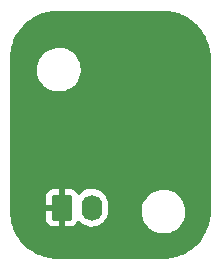
<source format=gbr>
%TF.GenerationSoftware,KiCad,Pcbnew,7.0.7*%
%TF.CreationDate,2023-09-06T19:49:04-05:00*%
%TF.ProjectId,prog1,70726f67-312e-46b6-9963-61645f706362,1.0*%
%TF.SameCoordinates,Original*%
%TF.FileFunction,Copper,L2,Bot*%
%TF.FilePolarity,Positive*%
%FSLAX46Y46*%
G04 Gerber Fmt 4.6, Leading zero omitted, Abs format (unit mm)*
G04 Created by KiCad (PCBNEW 7.0.7) date 2023-09-06 19:49:04*
%MOMM*%
%LPD*%
G01*
G04 APERTURE LIST*
G04 Aperture macros list*
%AMRoundRect*
0 Rectangle with rounded corners*
0 $1 Rounding radius*
0 $2 $3 $4 $5 $6 $7 $8 $9 X,Y pos of 4 corners*
0 Add a 4 corners polygon primitive as box body*
4,1,4,$2,$3,$4,$5,$6,$7,$8,$9,$2,$3,0*
0 Add four circle primitives for the rounded corners*
1,1,$1+$1,$2,$3*
1,1,$1+$1,$4,$5*
1,1,$1+$1,$6,$7*
1,1,$1+$1,$8,$9*
0 Add four rect primitives between the rounded corners*
20,1,$1+$1,$2,$3,$4,$5,0*
20,1,$1+$1,$4,$5,$6,$7,0*
20,1,$1+$1,$6,$7,$8,$9,0*
20,1,$1+$1,$8,$9,$2,$3,0*%
G04 Aperture macros list end*
%TA.AperFunction,ComponentPad*%
%ADD10O,1.740000X2.190000*%
%TD*%
%TA.AperFunction,ComponentPad*%
%ADD11RoundRect,0.250000X-0.620000X-0.845000X0.620000X-0.845000X0.620000X0.845000X-0.620000X0.845000X0*%
%TD*%
%TA.AperFunction,ViaPad*%
%ADD12C,0.800000*%
%TD*%
G04 APERTURE END LIST*
D10*
%TO.P,J1,2,Pin_2*%
%TO.N,+3V3*%
X106934000Y-105664000D03*
D11*
%TO.P,J1,1,Pin_1*%
%TO.N,GND*%
X104394000Y-105664000D03*
%TD*%
D12*
%TO.N,GND*%
X101854000Y-101600000D03*
%TD*%
%TA.AperFunction,Conductor*%
%TO.N,GND*%
G36*
X113001423Y-89000566D02*
G01*
X113040986Y-89002394D01*
X113172950Y-89008495D01*
X113372549Y-89018302D01*
X113378048Y-89018819D01*
X113563357Y-89044668D01*
X113749828Y-89072329D01*
X113754871Y-89073294D01*
X113939341Y-89116681D01*
X114120221Y-89161989D01*
X114124797Y-89163327D01*
X114305568Y-89223916D01*
X114480339Y-89286450D01*
X114484471Y-89288100D01*
X114542986Y-89313936D01*
X114659474Y-89365370D01*
X114826973Y-89444592D01*
X114830601Y-89446457D01*
X114998128Y-89539770D01*
X114998142Y-89539778D01*
X115156964Y-89634972D01*
X115160119Y-89636996D01*
X115318603Y-89745559D01*
X115467377Y-89855897D01*
X115470001Y-89857957D01*
X115618027Y-89980876D01*
X115755321Y-90105314D01*
X115757514Y-90107402D01*
X115892596Y-90242484D01*
X115894695Y-90244688D01*
X116019129Y-90381980D01*
X116142034Y-90529989D01*
X116144109Y-90532632D01*
X116254443Y-90681400D01*
X116363002Y-90839879D01*
X116365032Y-90843044D01*
X116460221Y-91001857D01*
X116553527Y-91169371D01*
X116555410Y-91173034D01*
X116634638Y-91340547D01*
X116711899Y-91515527D01*
X116713558Y-91519685D01*
X116776093Y-91694459D01*
X116836662Y-91875173D01*
X116838018Y-91879812D01*
X116883317Y-92060654D01*
X116926696Y-92245090D01*
X116927672Y-92250189D01*
X116955337Y-92436689D01*
X116981177Y-92621933D01*
X116981697Y-92627459D01*
X116991512Y-92827238D01*
X116999434Y-92998575D01*
X116999500Y-93001439D01*
X116999500Y-105998560D01*
X116999434Y-106001424D01*
X116991512Y-106172761D01*
X116981697Y-106372539D01*
X116981177Y-106378065D01*
X116955337Y-106563310D01*
X116927672Y-106749809D01*
X116926696Y-106754908D01*
X116883317Y-106939345D01*
X116838018Y-107120186D01*
X116836662Y-107124825D01*
X116776093Y-107305540D01*
X116713557Y-107480314D01*
X116711899Y-107484470D01*
X116634638Y-107659452D01*
X116555410Y-107826964D01*
X116553527Y-107830627D01*
X116460221Y-107998142D01*
X116365032Y-108156954D01*
X116363002Y-108160118D01*
X116254437Y-108318608D01*
X116144121Y-108467350D01*
X116142021Y-108470025D01*
X116019132Y-108618016D01*
X115894695Y-108755310D01*
X115892596Y-108757514D01*
X115757514Y-108892596D01*
X115755310Y-108894695D01*
X115618016Y-109019132D01*
X115470025Y-109142021D01*
X115467350Y-109144121D01*
X115318608Y-109254437D01*
X115160118Y-109363002D01*
X115156954Y-109365032D01*
X114998142Y-109460221D01*
X114830627Y-109553527D01*
X114826964Y-109555410D01*
X114659452Y-109634638D01*
X114484470Y-109711899D01*
X114480314Y-109713557D01*
X114305540Y-109776093D01*
X114124825Y-109836662D01*
X114120186Y-109838018D01*
X113939345Y-109883317D01*
X113754908Y-109926696D01*
X113749809Y-109927672D01*
X113563310Y-109955337D01*
X113378065Y-109981177D01*
X113372539Y-109981697D01*
X113172761Y-109991512D01*
X113001424Y-109999434D01*
X112998560Y-109999500D01*
X104001440Y-109999500D01*
X103998576Y-109999434D01*
X103827238Y-109991512D01*
X103627459Y-109981697D01*
X103621933Y-109981177D01*
X103436689Y-109955337D01*
X103250189Y-109927672D01*
X103245090Y-109926696D01*
X103060654Y-109883317D01*
X102879812Y-109838018D01*
X102875173Y-109836662D01*
X102694459Y-109776093D01*
X102519685Y-109713558D01*
X102515527Y-109711899D01*
X102340547Y-109634638D01*
X102173034Y-109555410D01*
X102169371Y-109553527D01*
X102001857Y-109460221D01*
X101843044Y-109365032D01*
X101839879Y-109363002D01*
X101730371Y-109287989D01*
X101681392Y-109254437D01*
X101532632Y-109144109D01*
X101529989Y-109142034D01*
X101381980Y-109019129D01*
X101244688Y-108894695D01*
X101242484Y-108892596D01*
X101107402Y-108757514D01*
X101105314Y-108755321D01*
X100980867Y-108618016D01*
X100857957Y-108470001D01*
X100855897Y-108467377D01*
X100745559Y-108318603D01*
X100636995Y-108160118D01*
X100634966Y-108156954D01*
X100539778Y-107998142D01*
X100512261Y-107948740D01*
X100446457Y-107830601D01*
X100444588Y-107826964D01*
X100420852Y-107776779D01*
X100365370Y-107659474D01*
X100288100Y-107484471D01*
X100286450Y-107480339D01*
X100223906Y-107305540D01*
X100163327Y-107124797D01*
X100161989Y-107120221D01*
X100116675Y-106939315D01*
X100073294Y-106754871D01*
X100072329Y-106749828D01*
X100044662Y-106563310D01*
X100018819Y-106378048D01*
X100018302Y-106372549D01*
X100008487Y-106172761D01*
X100000793Y-106006328D01*
X100000566Y-106001423D01*
X100000500Y-105998560D01*
X100000500Y-105413999D01*
X103023999Y-105413999D01*
X103024000Y-105414000D01*
X103685384Y-105414000D01*
X103752423Y-105433685D01*
X103798178Y-105486489D01*
X103808323Y-105554185D01*
X103793866Y-105663998D01*
X103793866Y-105664001D01*
X103808323Y-105773815D01*
X103797557Y-105842850D01*
X103751177Y-105895106D01*
X103685384Y-105914000D01*
X103024001Y-105914000D01*
X103024001Y-106558986D01*
X103034494Y-106661697D01*
X103089641Y-106828119D01*
X103089643Y-106828124D01*
X103181684Y-106977345D01*
X103305654Y-107101315D01*
X103454875Y-107193356D01*
X103454880Y-107193358D01*
X103621302Y-107248505D01*
X103621309Y-107248506D01*
X103724019Y-107258999D01*
X104143999Y-107258999D01*
X104144000Y-107258998D01*
X104144000Y-106372615D01*
X104163685Y-106305576D01*
X104216489Y-106259821D01*
X104284183Y-106249676D01*
X104355003Y-106259000D01*
X104355010Y-106259000D01*
X104432990Y-106259000D01*
X104432997Y-106259000D01*
X104503816Y-106249676D01*
X104572849Y-106260441D01*
X104625105Y-106306820D01*
X104644000Y-106372615D01*
X104644000Y-107258999D01*
X105063972Y-107258999D01*
X105063986Y-107258998D01*
X105166697Y-107248505D01*
X105333119Y-107193358D01*
X105333124Y-107193356D01*
X105482345Y-107101315D01*
X105606315Y-106977345D01*
X105702149Y-106821975D01*
X105704641Y-106823512D01*
X105741977Y-106781053D01*
X105809158Y-106761857D01*
X105876052Y-106782030D01*
X105897777Y-106800053D01*
X106019967Y-106927543D01*
X106019968Y-106927544D01*
X106208624Y-107067074D01*
X106208626Y-107067075D01*
X106208629Y-107067077D01*
X106418159Y-107172720D01*
X106642529Y-107241432D01*
X106875283Y-107271237D01*
X107109727Y-107261278D01*
X107339116Y-107211841D01*
X107556850Y-107124349D01*
X107756665Y-107001317D01*
X107932815Y-106846286D01*
X108080230Y-106663716D01*
X108194670Y-106458859D01*
X108272843Y-106237608D01*
X108292527Y-106122810D01*
X108301966Y-106067763D01*
X111145787Y-106067763D01*
X111175413Y-106337013D01*
X111175415Y-106337024D01*
X111233444Y-106558986D01*
X111243928Y-106599088D01*
X111349870Y-106848390D01*
X111483331Y-107067074D01*
X111490979Y-107079605D01*
X111490986Y-107079615D01*
X111664253Y-107287819D01*
X111664259Y-107287824D01*
X111769240Y-107381887D01*
X111865998Y-107468582D01*
X112091910Y-107618044D01*
X112337176Y-107733020D01*
X112337183Y-107733022D01*
X112337185Y-107733023D01*
X112596557Y-107811057D01*
X112596564Y-107811058D01*
X112596569Y-107811060D01*
X112864561Y-107850500D01*
X112864566Y-107850500D01*
X113067636Y-107850500D01*
X113119133Y-107846730D01*
X113270156Y-107835677D01*
X113382758Y-107810593D01*
X113534546Y-107776782D01*
X113534548Y-107776781D01*
X113534553Y-107776780D01*
X113787558Y-107680014D01*
X114023777Y-107547441D01*
X114238177Y-107381888D01*
X114426186Y-107186881D01*
X114583799Y-106966579D01*
X114678682Y-106782030D01*
X114707649Y-106725690D01*
X114707651Y-106725684D01*
X114707656Y-106725675D01*
X114795118Y-106469305D01*
X114844319Y-106202933D01*
X114854212Y-105932235D01*
X114824586Y-105662982D01*
X114756072Y-105400912D01*
X114650130Y-105151610D01*
X114509018Y-104920390D01*
X114507845Y-104918981D01*
X114335746Y-104712180D01*
X114335740Y-104712175D01*
X114134002Y-104531418D01*
X113908092Y-104381957D01*
X113908090Y-104381956D01*
X113662824Y-104266980D01*
X113662819Y-104266978D01*
X113662814Y-104266976D01*
X113403442Y-104188942D01*
X113403428Y-104188939D01*
X113287791Y-104171921D01*
X113135439Y-104149500D01*
X112932369Y-104149500D01*
X112932364Y-104149500D01*
X112729844Y-104164323D01*
X112729831Y-104164325D01*
X112465453Y-104223217D01*
X112465446Y-104223220D01*
X112212439Y-104319987D01*
X111976226Y-104452557D01*
X111761822Y-104618112D01*
X111573822Y-104813109D01*
X111573816Y-104813116D01*
X111416202Y-105033419D01*
X111416199Y-105033424D01*
X111292350Y-105274309D01*
X111292343Y-105274327D01*
X111204884Y-105530685D01*
X111204881Y-105530699D01*
X111155681Y-105797068D01*
X111155680Y-105797075D01*
X111145787Y-106067763D01*
X108301966Y-106067763D01*
X108312499Y-106006337D01*
X108312500Y-106006326D01*
X108312500Y-105380437D01*
X108297585Y-105205194D01*
X108238456Y-104978106D01*
X108141804Y-104764287D01*
X108141799Y-104764279D01*
X108010407Y-104569877D01*
X108010403Y-104569872D01*
X108010400Y-104569868D01*
X107848033Y-104400457D01*
X107848032Y-104400456D01*
X107848031Y-104400455D01*
X107659375Y-104260925D01*
X107591462Y-104226684D01*
X107449841Y-104155280D01*
X107225471Y-104086568D01*
X107225469Y-104086567D01*
X107225467Y-104086567D01*
X106992711Y-104056762D01*
X106758276Y-104066721D01*
X106758272Y-104066721D01*
X106528883Y-104116159D01*
X106528882Y-104116159D01*
X106311153Y-104203649D01*
X106111335Y-104326682D01*
X105935184Y-104481714D01*
X105935179Y-104481720D01*
X105904548Y-104519655D01*
X105847117Y-104559448D01*
X105777290Y-104561873D01*
X105717236Y-104526162D01*
X105703236Y-104505354D01*
X105702149Y-104506025D01*
X105606315Y-104350654D01*
X105482345Y-104226684D01*
X105333124Y-104134643D01*
X105333119Y-104134641D01*
X105166697Y-104079494D01*
X105166690Y-104079493D01*
X105063986Y-104069000D01*
X104644000Y-104069000D01*
X104644000Y-104955384D01*
X104624315Y-105022423D01*
X104571511Y-105068178D01*
X104503815Y-105078323D01*
X104433007Y-105069001D01*
X104433002Y-105069000D01*
X104432997Y-105069000D01*
X104355003Y-105069000D01*
X104354997Y-105069000D01*
X104354992Y-105069001D01*
X104284185Y-105078323D01*
X104215150Y-105067557D01*
X104162894Y-105021177D01*
X104144000Y-104955384D01*
X104144000Y-104069000D01*
X103724028Y-104069000D01*
X103724012Y-104069001D01*
X103621302Y-104079494D01*
X103454880Y-104134641D01*
X103454875Y-104134643D01*
X103305654Y-104226684D01*
X103181684Y-104350654D01*
X103089643Y-104499875D01*
X103089641Y-104499880D01*
X103034494Y-104666302D01*
X103034493Y-104666309D01*
X103024000Y-104769013D01*
X103024000Y-104769026D01*
X103023999Y-105413999D01*
X100000500Y-105413999D01*
X100000500Y-94047763D01*
X102285787Y-94047763D01*
X102315413Y-94317013D01*
X102315415Y-94317024D01*
X102383926Y-94579082D01*
X102383928Y-94579088D01*
X102489870Y-94828390D01*
X102561998Y-94946575D01*
X102630979Y-95059605D01*
X102630986Y-95059615D01*
X102804253Y-95267819D01*
X102804259Y-95267824D01*
X103005998Y-95448582D01*
X103231910Y-95598044D01*
X103477176Y-95713020D01*
X103477183Y-95713022D01*
X103477185Y-95713023D01*
X103736557Y-95791057D01*
X103736564Y-95791058D01*
X103736569Y-95791060D01*
X104004561Y-95830500D01*
X104004566Y-95830500D01*
X104207636Y-95830500D01*
X104259133Y-95826730D01*
X104410156Y-95815677D01*
X104522758Y-95790593D01*
X104674546Y-95756782D01*
X104674548Y-95756781D01*
X104674553Y-95756780D01*
X104927558Y-95660014D01*
X105163777Y-95527441D01*
X105378177Y-95361888D01*
X105566186Y-95166881D01*
X105723799Y-94946579D01*
X105797787Y-94802669D01*
X105847649Y-94705690D01*
X105847651Y-94705684D01*
X105847656Y-94705675D01*
X105935118Y-94449305D01*
X105984319Y-94182933D01*
X105994212Y-93912235D01*
X105964586Y-93642982D01*
X105896072Y-93380912D01*
X105790130Y-93131610D01*
X105649018Y-92900390D01*
X105588141Y-92827238D01*
X105475746Y-92692180D01*
X105475740Y-92692175D01*
X105274002Y-92511418D01*
X105048092Y-92361957D01*
X105048090Y-92361956D01*
X104802824Y-92246980D01*
X104802819Y-92246978D01*
X104802814Y-92246976D01*
X104543442Y-92168942D01*
X104543428Y-92168939D01*
X104427791Y-92151921D01*
X104275439Y-92129500D01*
X104072369Y-92129500D01*
X104072364Y-92129500D01*
X103869844Y-92144323D01*
X103869831Y-92144325D01*
X103605453Y-92203217D01*
X103605446Y-92203220D01*
X103352439Y-92299987D01*
X103116226Y-92432557D01*
X103116224Y-92432558D01*
X103116223Y-92432559D01*
X103053893Y-92480688D01*
X102901822Y-92598112D01*
X102713822Y-92793109D01*
X102713816Y-92793116D01*
X102556202Y-93013419D01*
X102556199Y-93013424D01*
X102432350Y-93254309D01*
X102432343Y-93254327D01*
X102344884Y-93510685D01*
X102344881Y-93510699D01*
X102295681Y-93777068D01*
X102295680Y-93777075D01*
X102285787Y-94047763D01*
X100000500Y-94047763D01*
X100000500Y-93001439D01*
X100000566Y-92998576D01*
X100008487Y-92827238D01*
X100015122Y-92692175D01*
X100018302Y-92627446D01*
X100018818Y-92621955D01*
X100044670Y-92436633D01*
X100045275Y-92432557D01*
X100072331Y-92250162D01*
X100073292Y-92245137D01*
X100116689Y-92060626D01*
X100161993Y-91879764D01*
X100163323Y-91875216D01*
X100223915Y-91694431D01*
X100286457Y-91519641D01*
X100288100Y-91515527D01*
X100365368Y-91340530D01*
X100444615Y-91172977D01*
X100446444Y-91169423D01*
X100539781Y-91001852D01*
X100634990Y-90843005D01*
X100636979Y-90839904D01*
X100745570Y-90681381D01*
X100855924Y-90532586D01*
X100857928Y-90530033D01*
X100980875Y-90381973D01*
X101105351Y-90244636D01*
X101107361Y-90242526D01*
X101242526Y-90107361D01*
X101244636Y-90105351D01*
X101381973Y-89980875D01*
X101530033Y-89857928D01*
X101532586Y-89855924D01*
X101681381Y-89745570D01*
X101839904Y-89636979D01*
X101843005Y-89634990D01*
X102001858Y-89539778D01*
X102169423Y-89446444D01*
X102172977Y-89444615D01*
X102340530Y-89365368D01*
X102515538Y-89288095D01*
X102519641Y-89286457D01*
X102694431Y-89223915D01*
X102875216Y-89163323D01*
X102879764Y-89161993D01*
X103060626Y-89116689D01*
X103245137Y-89073292D01*
X103250162Y-89072331D01*
X103436651Y-89044667D01*
X103621955Y-89018818D01*
X103627446Y-89018302D01*
X103826958Y-89008500D01*
X103968945Y-89001935D01*
X103998577Y-89000566D01*
X104001440Y-89000500D01*
X112998560Y-89000500D01*
X113001423Y-89000566D01*
G37*
%TD.AperFunction*%
%TD*%
M02*

</source>
